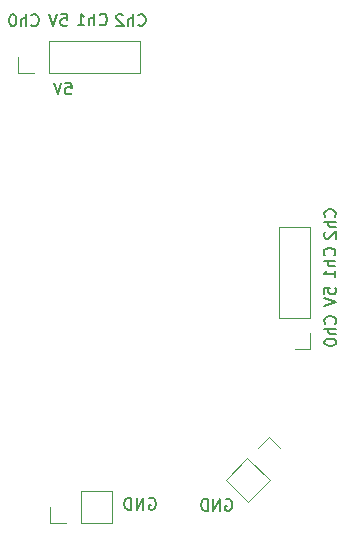
<source format=gbr>
%TF.GenerationSoftware,KiCad,Pcbnew,8.0.0-8.0.0-1~ubuntu20.04.1*%
%TF.CreationDate,2024-06-18T18:08:34-06:00*%
%TF.ProjectId,turbidometer,74757262-6964-46f6-9d65-7465722e6b69,rev?*%
%TF.SameCoordinates,Original*%
%TF.FileFunction,Legend,Bot*%
%TF.FilePolarity,Positive*%
%FSLAX46Y46*%
G04 Gerber Fmt 4.6, Leading zero omitted, Abs format (unit mm)*
G04 Created by KiCad (PCBNEW 8.0.0-8.0.0-1~ubuntu20.04.1) date 2024-06-18 18:08:34*
%MOMM*%
%LPD*%
G01*
G04 APERTURE LIST*
%ADD10C,0.200000*%
%ADD11C,0.120000*%
G04 APERTURE END LIST*
D10*
X184006517Y-113724838D02*
X184101755Y-113677219D01*
X184101755Y-113677219D02*
X184244612Y-113677219D01*
X184244612Y-113677219D02*
X184387469Y-113724838D01*
X184387469Y-113724838D02*
X184482707Y-113820076D01*
X184482707Y-113820076D02*
X184530326Y-113915314D01*
X184530326Y-113915314D02*
X184577945Y-114105790D01*
X184577945Y-114105790D02*
X184577945Y-114248647D01*
X184577945Y-114248647D02*
X184530326Y-114439123D01*
X184530326Y-114439123D02*
X184482707Y-114534361D01*
X184482707Y-114534361D02*
X184387469Y-114629600D01*
X184387469Y-114629600D02*
X184244612Y-114677219D01*
X184244612Y-114677219D02*
X184149374Y-114677219D01*
X184149374Y-114677219D02*
X184006517Y-114629600D01*
X184006517Y-114629600D02*
X183958898Y-114581980D01*
X183958898Y-114581980D02*
X183958898Y-114248647D01*
X183958898Y-114248647D02*
X184149374Y-114248647D01*
X183530326Y-114677219D02*
X183530326Y-113677219D01*
X183530326Y-113677219D02*
X182958898Y-114677219D01*
X182958898Y-114677219D02*
X182958898Y-113677219D01*
X182482707Y-114677219D02*
X182482707Y-113677219D01*
X182482707Y-113677219D02*
X182244612Y-113677219D01*
X182244612Y-113677219D02*
X182101755Y-113724838D01*
X182101755Y-113724838D02*
X182006517Y-113820076D01*
X182006517Y-113820076D02*
X181958898Y-113915314D01*
X181958898Y-113915314D02*
X181911279Y-114105790D01*
X181911279Y-114105790D02*
X181911279Y-114248647D01*
X181911279Y-114248647D02*
X181958898Y-114439123D01*
X181958898Y-114439123D02*
X182006517Y-114534361D01*
X182006517Y-114534361D02*
X182101755Y-114629600D01*
X182101755Y-114629600D02*
X182244612Y-114677219D01*
X182244612Y-114677219D02*
X182482707Y-114677219D01*
X177516517Y-113644838D02*
X177611755Y-113597219D01*
X177611755Y-113597219D02*
X177754612Y-113597219D01*
X177754612Y-113597219D02*
X177897469Y-113644838D01*
X177897469Y-113644838D02*
X177992707Y-113740076D01*
X177992707Y-113740076D02*
X178040326Y-113835314D01*
X178040326Y-113835314D02*
X178087945Y-114025790D01*
X178087945Y-114025790D02*
X178087945Y-114168647D01*
X178087945Y-114168647D02*
X178040326Y-114359123D01*
X178040326Y-114359123D02*
X177992707Y-114454361D01*
X177992707Y-114454361D02*
X177897469Y-114549600D01*
X177897469Y-114549600D02*
X177754612Y-114597219D01*
X177754612Y-114597219D02*
X177659374Y-114597219D01*
X177659374Y-114597219D02*
X177516517Y-114549600D01*
X177516517Y-114549600D02*
X177468898Y-114501980D01*
X177468898Y-114501980D02*
X177468898Y-114168647D01*
X177468898Y-114168647D02*
X177659374Y-114168647D01*
X177040326Y-114597219D02*
X177040326Y-113597219D01*
X177040326Y-113597219D02*
X176468898Y-114597219D01*
X176468898Y-114597219D02*
X176468898Y-113597219D01*
X175992707Y-114597219D02*
X175992707Y-113597219D01*
X175992707Y-113597219D02*
X175754612Y-113597219D01*
X175754612Y-113597219D02*
X175611755Y-113644838D01*
X175611755Y-113644838D02*
X175516517Y-113740076D01*
X175516517Y-113740076D02*
X175468898Y-113835314D01*
X175468898Y-113835314D02*
X175421279Y-114025790D01*
X175421279Y-114025790D02*
X175421279Y-114168647D01*
X175421279Y-114168647D02*
X175468898Y-114359123D01*
X175468898Y-114359123D02*
X175516517Y-114454361D01*
X175516517Y-114454361D02*
X175611755Y-114549600D01*
X175611755Y-114549600D02*
X175754612Y-114597219D01*
X175754612Y-114597219D02*
X175992707Y-114597219D01*
X173318898Y-73501980D02*
X173366517Y-73549600D01*
X173366517Y-73549600D02*
X173509374Y-73597219D01*
X173509374Y-73597219D02*
X173604612Y-73597219D01*
X173604612Y-73597219D02*
X173747469Y-73549600D01*
X173747469Y-73549600D02*
X173842707Y-73454361D01*
X173842707Y-73454361D02*
X173890326Y-73359123D01*
X173890326Y-73359123D02*
X173937945Y-73168647D01*
X173937945Y-73168647D02*
X173937945Y-73025790D01*
X173937945Y-73025790D02*
X173890326Y-72835314D01*
X173890326Y-72835314D02*
X173842707Y-72740076D01*
X173842707Y-72740076D02*
X173747469Y-72644838D01*
X173747469Y-72644838D02*
X173604612Y-72597219D01*
X173604612Y-72597219D02*
X173509374Y-72597219D01*
X173509374Y-72597219D02*
X173366517Y-72644838D01*
X173366517Y-72644838D02*
X173318898Y-72692457D01*
X172890326Y-73597219D02*
X172890326Y-72597219D01*
X172461755Y-73597219D02*
X172461755Y-73073409D01*
X172461755Y-73073409D02*
X172509374Y-72978171D01*
X172509374Y-72978171D02*
X172604612Y-72930552D01*
X172604612Y-72930552D02*
X172747469Y-72930552D01*
X172747469Y-72930552D02*
X172842707Y-72978171D01*
X172842707Y-72978171D02*
X172890326Y-73025790D01*
X171461755Y-73597219D02*
X172033183Y-73597219D01*
X171747469Y-73597219D02*
X171747469Y-72597219D01*
X171747469Y-72597219D02*
X171842707Y-72740076D01*
X171842707Y-72740076D02*
X171937945Y-72835314D01*
X171937945Y-72835314D02*
X172033183Y-72882933D01*
X167548898Y-73561980D02*
X167596517Y-73609600D01*
X167596517Y-73609600D02*
X167739374Y-73657219D01*
X167739374Y-73657219D02*
X167834612Y-73657219D01*
X167834612Y-73657219D02*
X167977469Y-73609600D01*
X167977469Y-73609600D02*
X168072707Y-73514361D01*
X168072707Y-73514361D02*
X168120326Y-73419123D01*
X168120326Y-73419123D02*
X168167945Y-73228647D01*
X168167945Y-73228647D02*
X168167945Y-73085790D01*
X168167945Y-73085790D02*
X168120326Y-72895314D01*
X168120326Y-72895314D02*
X168072707Y-72800076D01*
X168072707Y-72800076D02*
X167977469Y-72704838D01*
X167977469Y-72704838D02*
X167834612Y-72657219D01*
X167834612Y-72657219D02*
X167739374Y-72657219D01*
X167739374Y-72657219D02*
X167596517Y-72704838D01*
X167596517Y-72704838D02*
X167548898Y-72752457D01*
X167120326Y-73657219D02*
X167120326Y-72657219D01*
X166691755Y-73657219D02*
X166691755Y-73133409D01*
X166691755Y-73133409D02*
X166739374Y-73038171D01*
X166739374Y-73038171D02*
X166834612Y-72990552D01*
X166834612Y-72990552D02*
X166977469Y-72990552D01*
X166977469Y-72990552D02*
X167072707Y-73038171D01*
X167072707Y-73038171D02*
X167120326Y-73085790D01*
X166025088Y-72657219D02*
X165929850Y-72657219D01*
X165929850Y-72657219D02*
X165834612Y-72704838D01*
X165834612Y-72704838D02*
X165786993Y-72752457D01*
X165786993Y-72752457D02*
X165739374Y-72847695D01*
X165739374Y-72847695D02*
X165691755Y-73038171D01*
X165691755Y-73038171D02*
X165691755Y-73276266D01*
X165691755Y-73276266D02*
X165739374Y-73466742D01*
X165739374Y-73466742D02*
X165786993Y-73561980D01*
X165786993Y-73561980D02*
X165834612Y-73609600D01*
X165834612Y-73609600D02*
X165929850Y-73657219D01*
X165929850Y-73657219D02*
X166025088Y-73657219D01*
X166025088Y-73657219D02*
X166120326Y-73609600D01*
X166120326Y-73609600D02*
X166167945Y-73561980D01*
X166167945Y-73561980D02*
X166215564Y-73466742D01*
X166215564Y-73466742D02*
X166263183Y-73276266D01*
X166263183Y-73276266D02*
X166263183Y-73038171D01*
X166263183Y-73038171D02*
X166215564Y-72847695D01*
X166215564Y-72847695D02*
X166167945Y-72752457D01*
X166167945Y-72752457D02*
X166120326Y-72704838D01*
X166120326Y-72704838D02*
X166025088Y-72657219D01*
X176598898Y-73541980D02*
X176646517Y-73589600D01*
X176646517Y-73589600D02*
X176789374Y-73637219D01*
X176789374Y-73637219D02*
X176884612Y-73637219D01*
X176884612Y-73637219D02*
X177027469Y-73589600D01*
X177027469Y-73589600D02*
X177122707Y-73494361D01*
X177122707Y-73494361D02*
X177170326Y-73399123D01*
X177170326Y-73399123D02*
X177217945Y-73208647D01*
X177217945Y-73208647D02*
X177217945Y-73065790D01*
X177217945Y-73065790D02*
X177170326Y-72875314D01*
X177170326Y-72875314D02*
X177122707Y-72780076D01*
X177122707Y-72780076D02*
X177027469Y-72684838D01*
X177027469Y-72684838D02*
X176884612Y-72637219D01*
X176884612Y-72637219D02*
X176789374Y-72637219D01*
X176789374Y-72637219D02*
X176646517Y-72684838D01*
X176646517Y-72684838D02*
X176598898Y-72732457D01*
X176170326Y-73637219D02*
X176170326Y-72637219D01*
X175741755Y-73637219D02*
X175741755Y-73113409D01*
X175741755Y-73113409D02*
X175789374Y-73018171D01*
X175789374Y-73018171D02*
X175884612Y-72970552D01*
X175884612Y-72970552D02*
X176027469Y-72970552D01*
X176027469Y-72970552D02*
X176122707Y-73018171D01*
X176122707Y-73018171D02*
X176170326Y-73065790D01*
X175313183Y-72732457D02*
X175265564Y-72684838D01*
X175265564Y-72684838D02*
X175170326Y-72637219D01*
X175170326Y-72637219D02*
X174932231Y-72637219D01*
X174932231Y-72637219D02*
X174836993Y-72684838D01*
X174836993Y-72684838D02*
X174789374Y-72732457D01*
X174789374Y-72732457D02*
X174741755Y-72827695D01*
X174741755Y-72827695D02*
X174741755Y-72922933D01*
X174741755Y-72922933D02*
X174789374Y-73065790D01*
X174789374Y-73065790D02*
X175360802Y-73637219D01*
X175360802Y-73637219D02*
X174741755Y-73637219D01*
X170064136Y-72617219D02*
X170540326Y-72617219D01*
X170540326Y-72617219D02*
X170587945Y-73093409D01*
X170587945Y-73093409D02*
X170540326Y-73045790D01*
X170540326Y-73045790D02*
X170445088Y-72998171D01*
X170445088Y-72998171D02*
X170206993Y-72998171D01*
X170206993Y-72998171D02*
X170111755Y-73045790D01*
X170111755Y-73045790D02*
X170064136Y-73093409D01*
X170064136Y-73093409D02*
X170016517Y-73188647D01*
X170016517Y-73188647D02*
X170016517Y-73426742D01*
X170016517Y-73426742D02*
X170064136Y-73521980D01*
X170064136Y-73521980D02*
X170111755Y-73569600D01*
X170111755Y-73569600D02*
X170206993Y-73617219D01*
X170206993Y-73617219D02*
X170445088Y-73617219D01*
X170445088Y-73617219D02*
X170540326Y-73569600D01*
X170540326Y-73569600D02*
X170587945Y-73521980D01*
X169730802Y-72617219D02*
X169397469Y-73617219D01*
X169397469Y-73617219D02*
X169064136Y-72617219D01*
X193261980Y-98841101D02*
X193309600Y-98793482D01*
X193309600Y-98793482D02*
X193357219Y-98650625D01*
X193357219Y-98650625D02*
X193357219Y-98555387D01*
X193357219Y-98555387D02*
X193309600Y-98412530D01*
X193309600Y-98412530D02*
X193214361Y-98317292D01*
X193214361Y-98317292D02*
X193119123Y-98269673D01*
X193119123Y-98269673D02*
X192928647Y-98222054D01*
X192928647Y-98222054D02*
X192785790Y-98222054D01*
X192785790Y-98222054D02*
X192595314Y-98269673D01*
X192595314Y-98269673D02*
X192500076Y-98317292D01*
X192500076Y-98317292D02*
X192404838Y-98412530D01*
X192404838Y-98412530D02*
X192357219Y-98555387D01*
X192357219Y-98555387D02*
X192357219Y-98650625D01*
X192357219Y-98650625D02*
X192404838Y-98793482D01*
X192404838Y-98793482D02*
X192452457Y-98841101D01*
X193357219Y-99269673D02*
X192357219Y-99269673D01*
X193357219Y-99698244D02*
X192833409Y-99698244D01*
X192833409Y-99698244D02*
X192738171Y-99650625D01*
X192738171Y-99650625D02*
X192690552Y-99555387D01*
X192690552Y-99555387D02*
X192690552Y-99412530D01*
X192690552Y-99412530D02*
X192738171Y-99317292D01*
X192738171Y-99317292D02*
X192785790Y-99269673D01*
X192357219Y-100364911D02*
X192357219Y-100460149D01*
X192357219Y-100460149D02*
X192404838Y-100555387D01*
X192404838Y-100555387D02*
X192452457Y-100603006D01*
X192452457Y-100603006D02*
X192547695Y-100650625D01*
X192547695Y-100650625D02*
X192738171Y-100698244D01*
X192738171Y-100698244D02*
X192976266Y-100698244D01*
X192976266Y-100698244D02*
X193166742Y-100650625D01*
X193166742Y-100650625D02*
X193261980Y-100603006D01*
X193261980Y-100603006D02*
X193309600Y-100555387D01*
X193309600Y-100555387D02*
X193357219Y-100460149D01*
X193357219Y-100460149D02*
X193357219Y-100364911D01*
X193357219Y-100364911D02*
X193309600Y-100269673D01*
X193309600Y-100269673D02*
X193261980Y-100222054D01*
X193261980Y-100222054D02*
X193166742Y-100174435D01*
X193166742Y-100174435D02*
X192976266Y-100126816D01*
X192976266Y-100126816D02*
X192738171Y-100126816D01*
X192738171Y-100126816D02*
X192547695Y-100174435D01*
X192547695Y-100174435D02*
X192452457Y-100222054D01*
X192452457Y-100222054D02*
X192404838Y-100269673D01*
X192404838Y-100269673D02*
X192357219Y-100364911D01*
X193241980Y-89791101D02*
X193289600Y-89743482D01*
X193289600Y-89743482D02*
X193337219Y-89600625D01*
X193337219Y-89600625D02*
X193337219Y-89505387D01*
X193337219Y-89505387D02*
X193289600Y-89362530D01*
X193289600Y-89362530D02*
X193194361Y-89267292D01*
X193194361Y-89267292D02*
X193099123Y-89219673D01*
X193099123Y-89219673D02*
X192908647Y-89172054D01*
X192908647Y-89172054D02*
X192765790Y-89172054D01*
X192765790Y-89172054D02*
X192575314Y-89219673D01*
X192575314Y-89219673D02*
X192480076Y-89267292D01*
X192480076Y-89267292D02*
X192384838Y-89362530D01*
X192384838Y-89362530D02*
X192337219Y-89505387D01*
X192337219Y-89505387D02*
X192337219Y-89600625D01*
X192337219Y-89600625D02*
X192384838Y-89743482D01*
X192384838Y-89743482D02*
X192432457Y-89791101D01*
X193337219Y-90219673D02*
X192337219Y-90219673D01*
X193337219Y-90648244D02*
X192813409Y-90648244D01*
X192813409Y-90648244D02*
X192718171Y-90600625D01*
X192718171Y-90600625D02*
X192670552Y-90505387D01*
X192670552Y-90505387D02*
X192670552Y-90362530D01*
X192670552Y-90362530D02*
X192718171Y-90267292D01*
X192718171Y-90267292D02*
X192765790Y-90219673D01*
X192432457Y-91076816D02*
X192384838Y-91124435D01*
X192384838Y-91124435D02*
X192337219Y-91219673D01*
X192337219Y-91219673D02*
X192337219Y-91457768D01*
X192337219Y-91457768D02*
X192384838Y-91553006D01*
X192384838Y-91553006D02*
X192432457Y-91600625D01*
X192432457Y-91600625D02*
X192527695Y-91648244D01*
X192527695Y-91648244D02*
X192622933Y-91648244D01*
X192622933Y-91648244D02*
X192765790Y-91600625D01*
X192765790Y-91600625D02*
X193337219Y-91029197D01*
X193337219Y-91029197D02*
X193337219Y-91648244D01*
X193201980Y-93071101D02*
X193249600Y-93023482D01*
X193249600Y-93023482D02*
X193297219Y-92880625D01*
X193297219Y-92880625D02*
X193297219Y-92785387D01*
X193297219Y-92785387D02*
X193249600Y-92642530D01*
X193249600Y-92642530D02*
X193154361Y-92547292D01*
X193154361Y-92547292D02*
X193059123Y-92499673D01*
X193059123Y-92499673D02*
X192868647Y-92452054D01*
X192868647Y-92452054D02*
X192725790Y-92452054D01*
X192725790Y-92452054D02*
X192535314Y-92499673D01*
X192535314Y-92499673D02*
X192440076Y-92547292D01*
X192440076Y-92547292D02*
X192344838Y-92642530D01*
X192344838Y-92642530D02*
X192297219Y-92785387D01*
X192297219Y-92785387D02*
X192297219Y-92880625D01*
X192297219Y-92880625D02*
X192344838Y-93023482D01*
X192344838Y-93023482D02*
X192392457Y-93071101D01*
X193297219Y-93499673D02*
X192297219Y-93499673D01*
X193297219Y-93928244D02*
X192773409Y-93928244D01*
X192773409Y-93928244D02*
X192678171Y-93880625D01*
X192678171Y-93880625D02*
X192630552Y-93785387D01*
X192630552Y-93785387D02*
X192630552Y-93642530D01*
X192630552Y-93642530D02*
X192678171Y-93547292D01*
X192678171Y-93547292D02*
X192725790Y-93499673D01*
X193297219Y-94928244D02*
X193297219Y-94356816D01*
X193297219Y-94642530D02*
X192297219Y-94642530D01*
X192297219Y-94642530D02*
X192440076Y-94547292D01*
X192440076Y-94547292D02*
X192535314Y-94452054D01*
X192535314Y-94452054D02*
X192582933Y-94356816D01*
X192317219Y-96325863D02*
X192317219Y-95849673D01*
X192317219Y-95849673D02*
X192793409Y-95802054D01*
X192793409Y-95802054D02*
X192745790Y-95849673D01*
X192745790Y-95849673D02*
X192698171Y-95944911D01*
X192698171Y-95944911D02*
X192698171Y-96183006D01*
X192698171Y-96183006D02*
X192745790Y-96278244D01*
X192745790Y-96278244D02*
X192793409Y-96325863D01*
X192793409Y-96325863D02*
X192888647Y-96373482D01*
X192888647Y-96373482D02*
X193126742Y-96373482D01*
X193126742Y-96373482D02*
X193221980Y-96325863D01*
X193221980Y-96325863D02*
X193269600Y-96278244D01*
X193269600Y-96278244D02*
X193317219Y-96183006D01*
X193317219Y-96183006D02*
X193317219Y-95944911D01*
X193317219Y-95944911D02*
X193269600Y-95849673D01*
X193269600Y-95849673D02*
X193221980Y-95802054D01*
X192317219Y-96659197D02*
X193317219Y-96992530D01*
X193317219Y-96992530D02*
X192317219Y-97325863D01*
X170434136Y-78427219D02*
X170910326Y-78427219D01*
X170910326Y-78427219D02*
X170957945Y-78903409D01*
X170957945Y-78903409D02*
X170910326Y-78855790D01*
X170910326Y-78855790D02*
X170815088Y-78808171D01*
X170815088Y-78808171D02*
X170576993Y-78808171D01*
X170576993Y-78808171D02*
X170481755Y-78855790D01*
X170481755Y-78855790D02*
X170434136Y-78903409D01*
X170434136Y-78903409D02*
X170386517Y-78998647D01*
X170386517Y-78998647D02*
X170386517Y-79236742D01*
X170386517Y-79236742D02*
X170434136Y-79331980D01*
X170434136Y-79331980D02*
X170481755Y-79379600D01*
X170481755Y-79379600D02*
X170576993Y-79427219D01*
X170576993Y-79427219D02*
X170815088Y-79427219D01*
X170815088Y-79427219D02*
X170910326Y-79379600D01*
X170910326Y-79379600D02*
X170957945Y-79331980D01*
X170100802Y-78427219D02*
X169767469Y-79427219D01*
X169767469Y-79427219D02*
X169434136Y-78427219D01*
D11*
%TO.C,J7*%
X169150000Y-115680000D02*
X169150000Y-114350000D01*
X170480000Y-115680000D02*
X169150000Y-115680000D01*
X171750000Y-115680000D02*
X171750000Y-113020000D01*
X174350000Y-113020000D02*
X171750000Y-113020000D01*
X174350000Y-115680000D02*
X171750000Y-115680000D01*
X174350000Y-115680000D02*
X174350000Y-113020000D01*
%TO.C,J2*%
X184009096Y-112080000D02*
X185847573Y-110241523D01*
X184009096Y-112080000D02*
X185890000Y-113960904D01*
X185847573Y-110241523D02*
X187728477Y-112122427D01*
X185890000Y-113960904D02*
X187728477Y-112122427D01*
X186745599Y-109343497D02*
X187686051Y-108403045D01*
X187686051Y-108403045D02*
X188626503Y-109343497D01*
%TO.C,J5*%
X166440000Y-77610000D02*
X166440000Y-76280000D01*
X167770000Y-77610000D02*
X166440000Y-77610000D01*
X169040000Y-77610000D02*
X169040000Y-74950000D01*
X176720000Y-74950000D02*
X169040000Y-74950000D01*
X176720000Y-77610000D02*
X169040000Y-77610000D01*
X176720000Y-77610000D02*
X176720000Y-74950000D01*
%TO.C,J6*%
X188500000Y-90680000D02*
X188500000Y-98360000D01*
X191160000Y-90680000D02*
X188500000Y-90680000D01*
X191160000Y-90680000D02*
X191160000Y-98360000D01*
X191160000Y-98360000D02*
X188500000Y-98360000D01*
X191160000Y-99630000D02*
X191160000Y-100960000D01*
X191160000Y-100960000D02*
X189830000Y-100960000D01*
%TD*%
M02*

</source>
